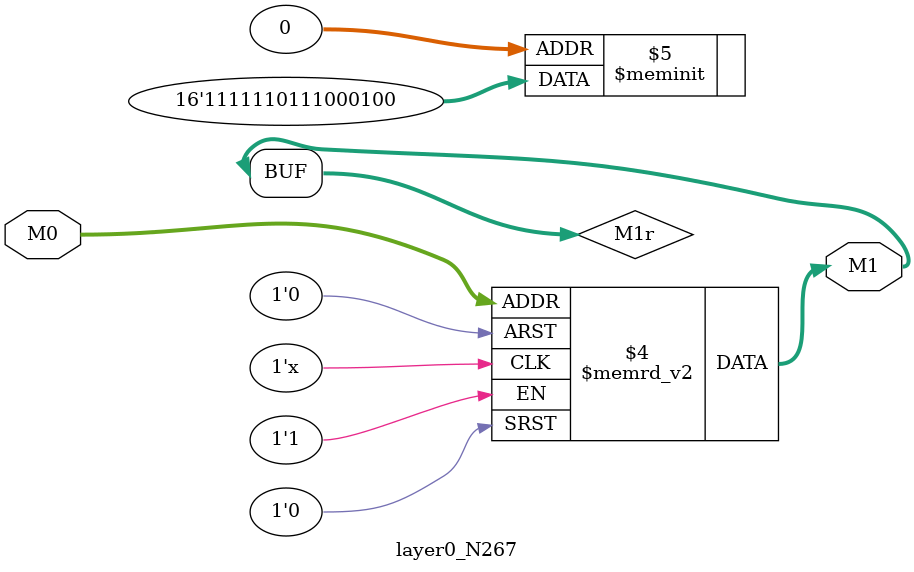
<source format=v>
module layer0_N267 ( input [2:0] M0, output [1:0] M1 );

	(*rom_style = "distributed" *) reg [1:0] M1r;
	assign M1 = M1r;
	always @ (M0) begin
		case (M0)
			3'b000: M1r = 2'b00;
			3'b100: M1r = 2'b01;
			3'b010: M1r = 2'b00;
			3'b110: M1r = 2'b11;
			3'b001: M1r = 2'b01;
			3'b101: M1r = 2'b11;
			3'b011: M1r = 2'b11;
			3'b111: M1r = 2'b11;

		endcase
	end
endmodule

</source>
